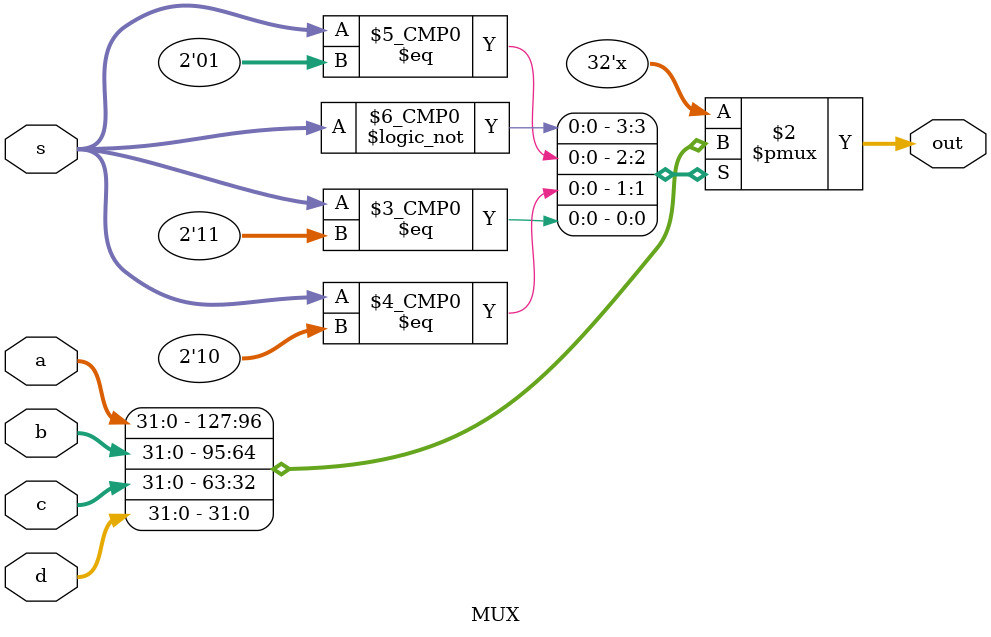
<source format=v>
`timescale 1ns / 1ps


module MUX(
    input [1:0] s,
    input [31:0] a,
    input [31:0] b,
    input [31:0] c,
    input [31:0] d,
    output reg [31:0] out
    );
    
    always@(*)
    begin
        case(s)
            2'b00:out = a;
            2'b01:out = b;
            2'b10:out = c;
            2'b11:out = d;
        endcase    
    end
endmodule

</source>
